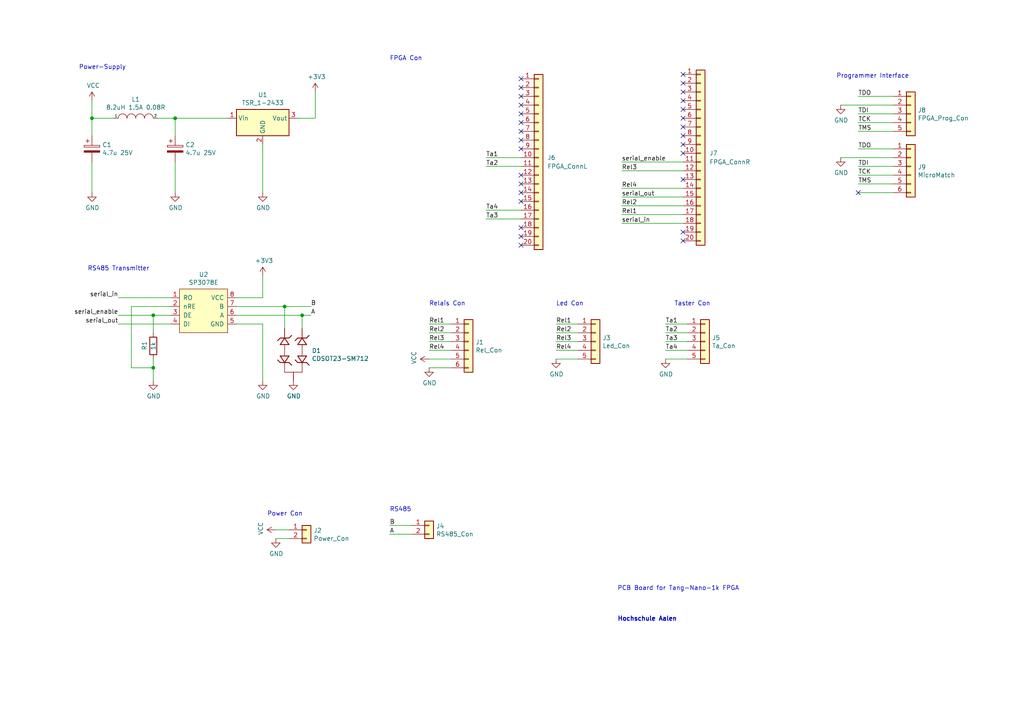
<source format=kicad_sch>
(kicad_sch (version 20211123) (generator eeschema)
  (paper "A4")
  (lib_symbols
    (symbol "CDSOT23-SM712:CDSOT23-SM712" (pin_numbers hide) (pin_names (offset 1.016) hide)
      (property "Reference" "D" (at 5.08 2.54 0))
      (property "Value" "CDSOT23-SM712" (at 5.08 0 0))
      (symbol "CDSOT23-SM712_0_0"
        (polyline (pts (xy -4.572 -1.524) (xy -3.81 -2.286)) (stroke (width 0.254)))
        (polyline (pts (xy -3.81 -2.286) (xy -2.54 -2.286)) (stroke (width 0.254)))
        (polyline (pts (xy -3.81 -0.381) (xy -2.54 -2.286)) (stroke (width 0.254)))
        (polyline (pts (xy -3.81 2.921) (xy -2.54 4.826)) (stroke (width 0.254)))
        (polyline (pts (xy -3.81 2.921) (xy -1.27 2.921)) (stroke (width 0.254)))
        (polyline (pts (xy -3.81 4.826) (xy -4.572 4.064)) (stroke (width 0.254)))
        (polyline (pts (xy -3.81 4.826) (xy -2.54 4.826)) (stroke (width 0.254)))
        (polyline (pts (xy -2.54 -5.08) (xy 2.54 -5.08)) (stroke (width 0.1524)))
        (polyline (pts (xy -2.54 -2.286) (xy -2.54 -5.08)) (stroke (width 0.1524)))
        (polyline (pts (xy -2.54 2.794) (xy -2.54 -0.254)) (stroke (width 0.1524)))
        (polyline (pts (xy -2.54 4.826) (xy -2.54 5.08)) (stroke (width 0.1524)))
        (polyline (pts (xy -1.27 -2.286) (xy -2.54 -2.286)) (stroke (width 0.254)))
        (polyline (pts (xy -1.27 -2.286) (xy -0.508 -3.048)) (stroke (width 0.254)))
        (polyline (pts (xy -1.27 -0.381) (xy -3.81 -0.381)) (stroke (width 0.254)))
        (polyline (pts (xy -1.27 -0.381) (xy -2.54 -2.286)) (stroke (width 0.254)))
        (polyline (pts (xy -1.27 2.921) (xy -2.54 4.826)) (stroke (width 0.254)))
        (polyline (pts (xy -1.27 4.826) (xy -2.54 4.826)) (stroke (width 0.254)))
        (polyline (pts (xy -0.508 5.588) (xy -1.27 4.826)) (stroke (width 0.254)))
        (polyline (pts (xy 0.508 -1.524) (xy 1.27 -2.286)) (stroke (width 0.254)))
        (polyline (pts (xy 1.27 -2.286) (xy 2.54 -2.286)) (stroke (width 0.254)))
        (polyline (pts (xy 1.27 -0.381) (xy 2.54 -2.286)) (stroke (width 0.254)))
        (polyline (pts (xy 1.27 2.921) (xy 2.54 4.826)) (stroke (width 0.254)))
        (polyline (pts (xy 1.27 2.921) (xy 3.81 2.921)) (stroke (width 0.254)))
        (polyline (pts (xy 1.27 4.826) (xy 0.508 4.064)) (stroke (width 0.254)))
        (polyline (pts (xy 1.27 4.826) (xy 2.54 4.826)) (stroke (width 0.254)))
        (polyline (pts (xy 2.54 -2.286) (xy 2.54 -5.08)) (stroke (width 0.1524)))
        (polyline (pts (xy 2.54 2.794) (xy 2.54 -0.254)) (stroke (width 0.1524)))
        (polyline (pts (xy 2.54 4.826) (xy 2.54 5.08)) (stroke (width 0.1524)))
        (polyline (pts (xy 3.81 -2.286) (xy 2.54 -2.286)) (stroke (width 0.254)))
        (polyline (pts (xy 3.81 -2.286) (xy 4.572 -3.048)) (stroke (width 0.254)))
        (polyline (pts (xy 3.81 -0.381) (xy 1.27 -0.381)) (stroke (width 0.254)))
        (polyline (pts (xy 3.81 -0.381) (xy 2.54 -2.286)) (stroke (width 0.254)))
        (polyline (pts (xy 3.81 2.921) (xy 2.54 4.826)) (stroke (width 0.254)))
        (polyline (pts (xy 3.81 4.826) (xy 2.54 4.826)) (stroke (width 0.254)))
        (polyline (pts (xy 4.572 5.588) (xy 3.81 4.826)) (stroke (width 0.254)))
        (pin passive line (at -2.54 7.62 270) (length 2.54) (name "IO1") (number "1"))
        (pin passive line (at 2.54 7.62 270) (length 2.54) (name "IO2") (number "2"))
        (pin passive line (at 0 -7.62 90) (length 2.54) (name "GND") (number "3"))
      )
    )
    (symbol "Connector_Generic:Conn_01x02" (pin_names (offset 1.016) hide)
      (property "Reference" "J" (at 0 2.54 0))
      (property "Value" "Conn_01x02" (at 0 -5.08 0))
      (symbol "Conn_01x02_1_1"
        (rectangle (start -1.27 -2.413) (end 0 -2.667) (stroke (width 0.1524)))
        (rectangle (start -1.27 0.127) (end 0 -0.127) (stroke (width 0.1524)))
        (rectangle (start -1.27 1.27) (end 1.27 -3.81) (stroke (width 0.254)) (fill (type background)))
        (pin passive line (at -5.08 0 0) (length 3.81) (name "Pin_1") (number "1"))
        (pin passive line (at -5.08 -2.54 0) (length 3.81) (name "Pin_2") (number "2"))
      )
    )
    (symbol "Connector_Generic:Conn_01x05" (pin_names (offset 1.016) hide)
      (property "Reference" "J" (at 0 7.62 0))
      (property "Value" "Conn_01x05" (at 0 -7.62 0))
      (symbol "Conn_01x05_1_1"
        (rectangle (start -1.27 -4.953) (end 0 -5.207) (stroke (width 0.1524)))
        (rectangle (start -1.27 -2.413) (end 0 -2.667) (stroke (width 0.1524)))
        (rectangle (start -1.27 0.127) (end 0 -0.127) (stroke (width 0.1524)))
        (rectangle (start -1.27 2.667) (end 0 2.413) (stroke (width 0.1524)))
        (rectangle (start -1.27 5.207) (end 0 4.953) (stroke (width 0.1524)))
        (rectangle (start -1.27 6.35) (end 1.27 -6.35) (stroke (width 0.254)) (fill (type background)))
        (pin passive line (at -5.08 5.08 0) (length 3.81) (name "Pin_1") (number "1"))
        (pin passive line (at -5.08 2.54 0) (length 3.81) (name "Pin_2") (number "2"))
        (pin passive line (at -5.08 0 0) (length 3.81) (name "Pin_3") (number "3"))
        (pin passive line (at -5.08 -2.54 0) (length 3.81) (name "Pin_4") (number "4"))
        (pin passive line (at -5.08 -5.08 0) (length 3.81) (name "Pin_5") (number "5"))
      )
    )
    (symbol "Connector_Generic:Conn_01x06" (pin_names (offset 1.016) hide)
      (property "Reference" "J" (at 0 7.62 0))
      (property "Value" "Conn_01x06" (at 0 -10.16 0))
      (symbol "Conn_01x06_1_1"
        (rectangle (start -1.27 -7.493) (end 0 -7.747) (stroke (width 0.1524)))
        (rectangle (start -1.27 -4.953) (end 0 -5.207) (stroke (width 0.1524)))
        (rectangle (start -1.27 -2.413) (end 0 -2.667) (stroke (width 0.1524)))
        (rectangle (start -1.27 0.127) (end 0 -0.127) (stroke (width 0.1524)))
        (rectangle (start -1.27 2.667) (end 0 2.413) (stroke (width 0.1524)))
        (rectangle (start -1.27 5.207) (end 0 4.953) (stroke (width 0.1524)))
        (rectangle (start -1.27 6.35) (end 1.27 -8.89) (stroke (width 0.254)) (fill (type background)))
        (pin passive line (at -5.08 5.08 0) (length 3.81) (name "Pin_1") (number "1"))
        (pin passive line (at -5.08 2.54 0) (length 3.81) (name "Pin_2") (number "2"))
        (pin passive line (at -5.08 0 0) (length 3.81) (name "Pin_3") (number "3"))
        (pin passive line (at -5.08 -2.54 0) (length 3.81) (name "Pin_4") (number "4"))
        (pin passive line (at -5.08 -5.08 0) (length 3.81) (name "Pin_5") (number "5"))
        (pin passive line (at -5.08 -7.62 0) (length 3.81) (name "Pin_6") (number "6"))
      )
    )
    (symbol "Connector_Generic:Conn_01x20" (pin_names (offset 1.016) hide)
      (property "Reference" "J" (at 0 25.4 0))
      (property "Value" "Conn_01x20" (at 0 -27.94 0))
      (symbol "Conn_01x20_1_1"
        (rectangle (start -1.27 -25.273) (end 0 -25.527) (stroke (width 0.1524)))
        (rectangle (start -1.27 -22.733) (end 0 -22.987) (stroke (width 0.1524)))
        (rectangle (start -1.27 -20.193) (end 0 -20.447) (stroke (width 0.1524)))
        (rectangle (start -1.27 -17.653) (end 0 -17.907) (stroke (width 0.1524)))
        (rectangle (start -1.27 -15.113) (end 0 -15.367) (stroke (width 0.1524)))
        (rectangle (start -1.27 -12.573) (end 0 -12.827) (stroke (width 0.1524)))
        (rectangle (start -1.27 -10.033) (end 0 -10.287) (stroke (width 0.1524)))
        (rectangle (start -1.27 -7.493) (end 0 -7.747) (stroke (width 0.1524)))
        (rectangle (start -1.27 -4.953) (end 0 -5.207) (stroke (width 0.1524)))
        (rectangle (start -1.27 -2.413) (end 0 -2.667) (stroke (width 0.1524)))
        (rectangle (start -1.27 0.127) (end 0 -0.127) (stroke (width 0.1524)))
        (rectangle (start -1.27 2.667) (end 0 2.413) (stroke (width 0.1524)))
        (rectangle (start -1.27 5.207) (end 0 4.953) (stroke (width 0.1524)))
        (rectangle (start -1.27 7.747) (end 0 7.493) (stroke (width 0.1524)))
        (rectangle (start -1.27 10.287) (end 0 10.033) (stroke (width 0.1524)))
        (rectangle (start -1.27 12.827) (end 0 12.573) (stroke (width 0.1524)))
        (rectangle (start -1.27 15.367) (end 0 15.113) (stroke (width 0.1524)))
        (rectangle (start -1.27 17.907) (end 0 17.653) (stroke (width 0.1524)))
        (rectangle (start -1.27 20.447) (end 0 20.193) (stroke (width 0.1524)))
        (rectangle (start -1.27 22.987) (end 0 22.733) (stroke (width 0.1524)))
        (rectangle (start -1.27 24.13) (end 1.27 -26.67) (stroke (width 0.254)) (fill (type background)))
        (pin passive line (at -5.08 22.86 0) (length 3.81) (name "Pin_1") (number "1"))
        (pin passive line (at -5.08 0 0) (length 3.81) (name "Pin_10") (number "10"))
        (pin passive line (at -5.08 -2.54 0) (length 3.81) (name "Pin_11") (number "11"))
        (pin passive line (at -5.08 -5.08 0) (length 3.81) (name "Pin_12") (number "12"))
        (pin passive line (at -5.08 -7.62 0) (length 3.81) (name "Pin_13") (number "13"))
        (pin passive line (at -5.08 -10.16 0) (length 3.81) (name "Pin_14") (number "14"))
        (pin passive line (at -5.08 -12.7 0) (length 3.81) (name "Pin_15") (number "15"))
        (pin passive line (at -5.08 -15.24 0) (length 3.81) (name "Pin_16") (number "16"))
        (pin passive line (at -5.08 -17.78 0) (length 3.81) (name "Pin_17") (number "17"))
        (pin passive line (at -5.08 -20.32 0) (length 3.81) (name "Pin_18") (number "18"))
        (pin passive line (at -5.08 -22.86 0) (length 3.81) (name "Pin_19") (number "19"))
        (pin passive line (at -5.08 20.32 0) (length 3.81) (name "Pin_2") (number "2"))
        (pin passive line (at -5.08 -25.4 0) (length 3.81) (name "Pin_20") (number "20"))
        (pin passive line (at -5.08 17.78 0) (length 3.81) (name "Pin_3") (number "3"))
        (pin passive line (at -5.08 15.24 0) (length 3.81) (name "Pin_4") (number "4"))
        (pin passive line (at -5.08 12.7 0) (length 3.81) (name "Pin_5") (number "5"))
        (pin passive line (at -5.08 10.16 0) (length 3.81) (name "Pin_6") (number "6"))
        (pin passive line (at -5.08 7.62 0) (length 3.81) (name "Pin_7") (number "7"))
        (pin passive line (at -5.08 5.08 0) (length 3.81) (name "Pin_8") (number "8"))
        (pin passive line (at -5.08 2.54 0) (length 3.81) (name "Pin_9") (number "9"))
      )
    )
    (symbol "Device:CP" (pin_numbers hide) (pin_names (offset 0.254))
      (property "Reference" "C" (at 0.635 2.54 0))
      (property "Value" "Device_CP" (at 0.635 -2.54 0))
      (symbol "CP_0_1"
        (rectangle (start -2.286 0.508) (end 2.286 1.016))
        (polyline (pts (xy -1.778 2.286) (xy -0.762 2.286)))
        (polyline (pts (xy -1.27 2.794) (xy -1.27 1.778)))
        (rectangle (start 2.286 -0.508) (end -2.286 -1.016) (fill (type outline)))
      )
      (symbol "CP_1_1"
        (pin passive line (at 0 3.81 270) (length 2.794) (name "~") (number "1"))
        (pin passive line (at 0 -3.81 90) (length 2.794) (name "~") (number "2"))
      )
    )
    (symbol "Device:R" (pin_numbers hide) (pin_names (offset 0))
      (property "Reference" "R" (at 2.032 0 90))
      (property "Value" "R" (at 0 0 90))
      (symbol "R_0_1"
        (rectangle (start -1.016 -2.54) (end 1.016 2.54) (stroke (width 0.254)))
      )
      (symbol "R_1_1"
        (pin passive line (at 0 3.81 270) (length 1.27) (name "~") (number "1"))
        (pin passive line (at 0 -3.81 90) (length 1.27) (name "~") (number "2"))
      )
    )
    (symbol "Regulator_Switching:TSR_1-2433"
      (property "Reference" "U" (at -7.62 6.35 0))
      (property "Value" "TSR_1-2433" (at -1.27 6.35 0))
      (symbol "TSR_1-2433_0_1"
        (rectangle (start -7.62 5.08) (end 7.62 -2.54) (stroke (width 0.254)) (fill (type background)))
      )
      (symbol "TSR_1-2433_1_1"
        (pin power_in line (at -10.16 2.54 0) (length 2.54) (name "Vin") (number "1"))
        (pin power_in line (at 0 -5.08 90) (length 2.54) (name "GND") (number "2"))
        (pin power_out line (at 10.16 2.54 180) (length 2.54) (name "Vout") (number "3"))
      )
    )
    (symbol "power:+3.3V" (power) (pin_names (offset 0))
      (property "Value" "+3.3V" (at 0 3.556 0))
      (symbol "+3.3V_0_1"
        (polyline (pts (xy -0.762 1.27) (xy 0 2.54)))
        (polyline (pts (xy 0 0) (xy 0 2.54)))
        (polyline (pts (xy 0 2.54) (xy 0.762 1.27)))
      )
      (symbol "+3.3V_1_1"
        (pin power_in line (at 0 0 90) (length 0) hide (name "+3V3") (number "1"))
      )
    )
    (symbol "power:GND" (power) (pin_names (offset 0))
      (property "Value" "GND" (at 0 -3.81 0))
      (symbol "GND_0_1"
        (polyline (pts (xy 0 0) (xy 0 -1.27) (xy 1.27 -1.27) (xy 0 -2.54) (xy -1.27 -1.27) (xy 0 -1.27)))
      )
      (symbol "GND_1_1"
        (pin power_in line (at 0 0 270) (length 0) hide (name "GND") (number "1"))
      )
    )
    (symbol "power:VCC" (power) (pin_names (offset 0))
      (property "Value" "VCC" (at 0 3.81 0))
      (symbol "VCC_0_1"
        (polyline (pts (xy -0.762 1.27) (xy 0 2.54)))
        (polyline (pts (xy 0 0) (xy 0 2.54)))
        (polyline (pts (xy 0 2.54) (xy 0.762 1.27)))
      )
      (symbol "VCC_1_1"
        (pin power_in line (at 0 0 90) (length 0) hide (name "VCC") (number "1"))
      )
    )
    (symbol "pspice:INDUCTOR" (pin_numbers hide) (pin_names (offset 0))
      (property "Reference" "L" (at 0 2.54 0))
      (property "Value" "INDUCTOR" (at 0 -1.27 0))
      (symbol "INDUCTOR_0_1"
        (arc (start -2.54 0) (mid -3.81 1.27) (end -5.08 0))
        (arc (start 0 0) (mid -1.27 1.27) (end -2.54 0))
        (arc (start 2.54 0) (mid 1.27 1.27) (end 0 0))
        (arc (start 5.08 0) (mid 3.81 1.27) (end 2.54 0))
      )
      (symbol "INDUCTOR_1_1"
        (pin input line (at -6.35 0 0) (length 1.27) (name "1") (number "1"))
        (pin input line (at 6.35 0 180) (length 1.27) (name "2") (number "2"))
      )
    )
    (symbol "tinyFPGA:SP3078E" (pin_names (offset 1.016))
      (property "Reference" "U" (at 0 2.54 0))
      (property "Value" "tinyFPGA_SP3078E" (at 0 0 0))
      (symbol "SP3078E_0_1"
        (rectangle (start -7.62 -1.27) (end 6.35 -13.97) (fill (type background)))
      )
      (symbol "SP3078E_1_1"
        (pin output line (at -10.16 -3.81 0) (length 2.54) (name "RO") (number "1"))
        (pin input line (at -10.16 -6.35 0) (length 2.54) (name "nRE") (number "2"))
        (pin input line (at -10.16 -8.89 0) (length 2.54) (name "DE") (number "3"))
        (pin input line (at -10.16 -11.43 0) (length 2.54) (name "DI") (number "4"))
        (pin input line (at 8.89 -11.43 180) (length 2.54) (name "GND") (number "5"))
        (pin input line (at 8.89 -8.89 180) (length 2.54) (name "A") (number "6"))
        (pin input line (at 8.89 -6.35 180) (length 2.54) (name "B") (number "7"))
        (pin input line (at 8.89 -3.81 180) (length 2.54) (name "VCC") (number "8"))
      )
    )
  )
  (junction (at 82.55 88.9))
  (junction (at 26.67 34.29))
  (junction (at 44.45 106.68))
  (junction (at 50.8 34.29))
  (junction (at 87.63 91.44))
  (junction (at 44.45 91.44))
  (no_connect (at 198.12 44.45))
  (no_connect (at 151.13 66.04))
  (no_connect (at 151.13 68.58))
  (no_connect (at 151.13 71.12))
  (no_connect (at 151.13 22.86))
  (no_connect (at 151.13 25.4))
  (no_connect (at 151.13 27.94))
  (no_connect (at 151.13 30.48))
  (no_connect (at 151.13 33.02))
  (no_connect (at 151.13 35.56))
  (no_connect (at 151.13 38.1))
  (no_connect (at 151.13 40.64))
  (no_connect (at 151.13 43.18))
  (no_connect (at 151.13 50.8))
  (no_connect (at 151.13 53.34))
  (no_connect (at 151.13 55.88))
  (no_connect (at 151.13 58.42))
  (no_connect (at 248.92 55.88))
  (no_connect (at 198.12 21.59))
  (no_connect (at 198.12 24.13))
  (no_connect (at 198.12 26.67))
  (no_connect (at 198.12 29.21))
  (no_connect (at 198.12 39.37))
  (no_connect (at 198.12 41.91))
  (no_connect (at 198.12 52.07))
  (no_connect (at 198.12 67.31))
  (no_connect (at 198.12 69.85))
  (no_connect (at 198.12 31.75))
  (no_connect (at 198.12 34.29))
  (no_connect (at 198.12 36.83))
  (wire (pts (xy 248.92 55.88) (xy 259.08 55.88)))
  (wire (pts (xy 248.92 53.34) (xy 259.08 53.34)))
  (wire (pts (xy 161.29 96.52) (xy 167.64 96.52)))
  (wire (pts (xy 248.92 48.26) (xy 259.08 48.26)))
  (wire (pts (xy 161.29 101.6) (xy 167.64 101.6)))
  (wire (pts (xy 68.58 86.36) (xy 76.2 86.36)))
  (wire (pts (xy 76.2 93.98) (xy 76.2 110.49)))
  (wire (pts (xy 140.97 63.5) (xy 151.13 63.5)))
  (wire (pts (xy 45.72 34.29) (xy 50.8 34.29)))
  (wire (pts (xy 124.46 96.52) (xy 130.81 96.52)))
  (wire (pts (xy 124.46 99.06) (xy 130.81 99.06)))
  (wire (pts (xy 26.67 39.37) (xy 26.67 34.29)))
  (wire (pts (xy 50.8 34.29) (xy 50.8 39.37)))
  (wire (pts (xy 34.29 86.36) (xy 49.53 86.36)))
  (wire (pts (xy 50.8 46.99) (xy 50.8 55.88)))
  (wire (pts (xy 38.1 88.9) (xy 38.1 106.68)))
  (wire (pts (xy 34.29 93.98) (xy 49.53 93.98)))
  (wire (pts (xy 193.04 101.6) (xy 199.39 101.6)))
  (wire (pts (xy 82.55 88.9) (xy 90.17 88.9)))
  (wire (pts (xy 180.34 49.53) (xy 198.12 49.53)))
  (wire (pts (xy 130.81 101.6) (xy 124.46 101.6)))
  (wire (pts (xy 248.92 27.94) (xy 259.08 27.94)))
  (wire (pts (xy 180.34 64.77) (xy 198.12 64.77)))
  (wire (pts (xy 76.2 86.36) (xy 76.2 80.01)))
  (wire (pts (xy 248.92 35.56) (xy 259.08 35.56)))
  (wire (pts (xy 44.45 106.68) (xy 44.45 110.49)))
  (wire (pts (xy 248.92 43.18) (xy 259.08 43.18)))
  (wire (pts (xy 124.46 106.68) (xy 130.81 106.68)))
  (wire (pts (xy 49.53 91.44) (xy 44.45 91.44)))
  (wire (pts (xy 82.55 95.25) (xy 82.55 88.9)))
  (wire (pts (xy 87.63 95.25) (xy 87.63 91.44)))
  (wire (pts (xy 26.67 46.99) (xy 26.67 55.88)))
  (wire (pts (xy 180.34 62.23) (xy 198.12 62.23)))
  (wire (pts (xy 193.04 93.98) (xy 199.39 93.98)))
  (wire (pts (xy 91.44 34.29) (xy 91.44 26.67)))
  (wire (pts (xy 113.03 154.94) (xy 119.38 154.94)))
  (wire (pts (xy 180.34 54.61) (xy 198.12 54.61)))
  (wire (pts (xy 180.34 46.99) (xy 198.12 46.99)))
  (wire (pts (xy 26.67 29.21) (xy 26.67 34.29)))
  (wire (pts (xy 140.97 48.26) (xy 151.13 48.26)))
  (wire (pts (xy 38.1 106.68) (xy 44.45 106.68)))
  (wire (pts (xy 113.03 152.4) (xy 119.38 152.4)))
  (wire (pts (xy 161.29 93.98) (xy 167.64 93.98)))
  (wire (pts (xy 76.2 41.91) (xy 76.2 55.88)))
  (wire (pts (xy 124.46 93.98) (xy 130.81 93.98)))
  (wire (pts (xy 80.01 156.21) (xy 83.82 156.21)))
  (wire (pts (xy 68.58 88.9) (xy 82.55 88.9)))
  (wire (pts (xy 86.36 34.29) (xy 91.44 34.29)))
  (wire (pts (xy 248.92 38.1) (xy 259.08 38.1)))
  (wire (pts (xy 193.04 96.52) (xy 199.39 96.52)))
  (wire (pts (xy 87.63 91.44) (xy 90.17 91.44)))
  (wire (pts (xy 124.46 104.14) (xy 130.81 104.14)))
  (wire (pts (xy 180.34 59.69) (xy 198.12 59.69)))
  (wire (pts (xy 161.29 99.06) (xy 167.64 99.06)))
  (wire (pts (xy 140.97 60.96) (xy 151.13 60.96)))
  (wire (pts (xy 68.58 93.98) (xy 76.2 93.98)))
  (wire (pts (xy 44.45 104.14) (xy 44.45 106.68)))
  (wire (pts (xy 193.04 99.06) (xy 199.39 99.06)))
  (wire (pts (xy 49.53 88.9) (xy 38.1 88.9)))
  (wire (pts (xy 248.92 33.02) (xy 259.08 33.02)))
  (wire (pts (xy 248.92 50.8) (xy 259.08 50.8)))
  (wire (pts (xy 193.04 104.14) (xy 199.39 104.14)))
  (wire (pts (xy 34.29 91.44) (xy 44.45 91.44)))
  (wire (pts (xy 50.8 34.29) (xy 66.04 34.29)))
  (wire (pts (xy 243.84 45.72) (xy 259.08 45.72)))
  (wire (pts (xy 161.29 104.14) (xy 167.64 104.14)))
  (wire (pts (xy 140.97 45.72) (xy 151.13 45.72)))
  (wire (pts (xy 44.45 91.44) (xy 44.45 96.52)))
  (wire (pts (xy 180.34 57.15) (xy 198.12 57.15)))
  (wire (pts (xy 80.01 153.67) (xy 83.82 153.67)))
  (wire (pts (xy 26.67 34.29) (xy 33.02 34.29)))
  (wire (pts (xy 243.84 30.48) (xy 259.08 30.48)))
  (wire (pts (xy 68.58 91.44) (xy 87.63 91.44)))
  (text "Programmer Interface" (at 242.57 22.86 0) (effects (font (size 1.27 1.27)) (justify left bottom)))
  (text "Led Con" (at 161.29 88.9 0) (effects (font (size 1.27 1.27)) (justify left bottom)))
  (text "Relais Con" (at 124.46 88.9 0) (effects (font (size 1.27 1.27)) (justify left bottom)))
  (text "PCB Board for Tang-Nano-1k FPGA" (at 179.07 171.45 0) (effects (font (size 1.27 1.27)) (justify left bottom)))
  (text "Power Con" (at 77.47 149.86 0) (effects (font (size 1.27 1.27)) (justify left bottom)))
  (text "RS485" (at 113.03 148.59 0) (effects (font (size 1.27 1.27)) (justify left bottom)))
  (text "RS485 Transmitter" (at 25.4 78.74 0) (effects (font (size 1.27 1.27)) (justify left bottom)))
  (text "Hochschule Aalen" (at 179.07 180.34 0) (effects (font (size 1.27 1.27) (thickness 0.254) bold) (justify left bottom)))
  (text "Power-Supply" (at 22.86 20.32 0) (effects (font (size 1.27 1.27)) (justify left bottom)))
  (text "FPGA Con" (at 113.03 17.78 0) (effects (font (size 1.27 1.27)) (justify left bottom)))
  (text "Taster Con" (at 195.58 88.9 0) (effects (font (size 1.27 1.27)) (justify left bottom)))
  (label "A" (at 90.17 91.44 0))
  (label "Rel2" (at 180.34 59.69 0))
  (label "B" (at 113.03 152.4 0))
  (label "TDO" (at 248.92 27.94 0))
  (label "Rel4" (at 124.46 101.6 0))
  (label "serial_enable" (at 180.34 46.99 0))
  (label "TDI" (at 248.92 33.02 0))
  (label "B" (at 90.17 88.9 0))
  (label "Rel3" (at 180.34 49.53 0))
  (label "Ta1" (at 193.04 93.98 0))
  (label "Ta4" (at 140.97 60.96 0))
  (label "Rel4" (at 180.34 54.61 0))
  (label "TCK" (at 248.92 35.56 0))
  (label "Rel1" (at 180.34 62.23 0))
  (label "Rel4" (at 161.29 101.6 0))
  (label "Ta2" (at 140.97 48.26 0))
  (label "Rel1" (at 124.46 93.98 0))
  (label "Rel2" (at 161.29 96.52 0))
  (label "Ta3" (at 140.97 63.5 0))
  (label "serial_out" (at 180.34 57.15 0))
  (label "Rel3" (at 124.46 99.06 0))
  (label "Ta3" (at 193.04 99.06 0))
  (label "TMS" (at 248.92 53.34 0))
  (label "serial_in" (at 180.34 64.77 0))
  (label "Rel2" (at 124.46 96.52 0))
  (label "serial_enable" (at 34.29 91.44 180))
  (label "TDI" (at 248.92 48.26 0))
  (label "A" (at 113.03 154.94 0))
  (label "TMS" (at 248.92 38.1 0))
  (label "TDO" (at 248.92 43.18 0))
  (label "Ta2" (at 193.04 96.52 0))
  (label "Rel3" (at 161.29 99.06 0))
  (label "Ta1" (at 140.97 45.72 0))
  (label "Rel1" (at 161.29 93.98 0))
  (label "serial_in" (at 34.29 86.36 180))
  (label "Ta4" (at 193.04 101.6 0))
  (label "TCK" (at 248.92 50.8 0))
  (label "serial_out" (at 34.29 93.98 180))
  (symbol (lib_id "tinyFPGA:SP3078E") (at 59.69 82.55 0) (unit 1)
    (property "Reference" "U2" (at 59.055 79.629 0))
    (property "Value" "SP3078E" (at 59.055 81.9404 0))
    (property "Footprint" "traeger:SOIC127P600X175-8N" (effects hide))
  )
  (symbol (lib_id "Device:R") (at 44.45 100.33 0) (unit 1)
    (property "Reference" "R1" (at 41.91 101.6 90) (effects (justify left)))
    (property "Value" "1k" (at 44.45 101.6 90) (effects (justify left)))
    (property "Footprint" "Resistor_SMD:R_0805_2012Metric" (effects hide))
  )
  (symbol (lib_id "power:GND") (at 44.45 110.49 0) (unit 1)
    (property "Reference" "#PWR0103" (effects hide))
    (property "Value" "GND" (at 44.577 114.8842 0))
  )
  (symbol (lib_id "power:+3.3V") (at 76.2 80.01 0) (unit 1)
    (property "Reference" "#PWR0104" (effects hide))
    (property "Value" "+3.3V" (at 76.581 75.6158 0))
  )
  (symbol (lib_id "power:GND") (at 76.2 110.49 0) (unit 1)
    (property "Reference" "#PWR0105" (effects hide))
    (property "Value" "GND" (at 76.327 114.8842 0))
  )
  (symbol (lib_id "pspice:INDUCTOR") (at 39.37 34.29 0) (unit 1)
    (property "Reference" "L1" (at 39.37 28.829 0))
    (property "Value" "8.2uH 1.5A 0.08R" (at 39.37 31.1404 0))
    (property "Footprint" "Inductor_THT:L_Radial_D8.7mm_P5.00mm_Fastron_07HCP" (effects hide))
  )
  (symbol (lib_id "Device:CP") (at 26.67 43.18 0) (unit 1)
    (property "Reference" "C1" (at 29.6672 42.0116 0) (effects (justify left)))
    (property "Value" "4.7u 25V" (at 29.6672 44.323 0) (effects (justify left)))
    (property "Footprint" "Capacitor_SMD:CP_Elec_5x5.3" (effects hide))
  )
  (symbol (lib_id "power:GND") (at 26.67 55.88 0) (unit 1)
    (property "Reference" "#PWR0101" (effects hide))
    (property "Value" "GND" (at 26.797 60.2742 0))
  )
  (symbol (lib_id "Device:CP") (at 50.8 43.18 0) (unit 1)
    (property "Reference" "C2" (at 53.7972 42.0116 0) (effects (justify left)))
    (property "Value" "4.7u 25V" (at 53.7972 44.323 0) (effects (justify left)))
    (property "Footprint" "Capacitor_SMD:CP_Elec_5x5.3" (effects hide))
  )
  (symbol (lib_id "power:GND") (at 50.8 55.88 0) (unit 1)
    (property "Reference" "#PWR0102" (effects hide))
    (property "Value" "GND" (at 50.927 60.2742 0))
  )
  (symbol (lib_id "power:GND") (at 76.2 55.88 0) (unit 1)
    (property "Reference" "#PWR0106" (effects hide))
    (property "Value" "GND" (at 76.327 60.2742 0))
  )
  (symbol (lib_id "Regulator_Switching:TSR_1-2433") (at 76.2 36.83 0) (unit 1)
    (property "Reference" "U1" (at 76.2 27.5082 0))
    (property "Value" "TSR_1-2433" (at 76.2 29.8196 0))
    (property "Footprint" "Converter_DCDC:Converter_DCDC_TRACO_TSR-1_THT" (effects hide))
    (property "Datasheet" "http://www.tracopower.com/products/tsr1.pdf" (effects hide))
  )
  (symbol (lib_id "power:+3.3V") (at 91.44 26.67 0) (unit 1)
    (property "Reference" "#PWR0107" (effects hide))
    (property "Value" "+3.3V" (at 91.821 22.2758 0))
  )
  (symbol (lib_id "power:VCC") (at 26.67 29.21 0) (unit 1)
    (property "Reference" "#PWR0108" (effects hide))
    (property "Value" "VCC" (at 27.051 24.8158 0))
  )
  (symbol (lib_id "Connector_Generic:Conn_01x06") (at 135.89 99.06 0) (unit 1)
    (property "Reference" "J1" (at 137.922 99.2632 0) (effects (justify left)))
    (property "Value" "Rel_Con" (at 137.922 101.5746 0) (effects (justify left)))
    (property "Footprint" "Connector_PinSocket_2.54mm:PinSocket_1x06_P2.54mm_Vertical" (effects hide))
  )
  (symbol (lib_id "Connector_Generic:Conn_01x05") (at 172.72 99.06 0) (unit 1)
    (property "Reference" "J3" (at 174.752 97.9932 0) (effects (justify left)))
    (property "Value" "Led_Con" (at 174.752 100.3046 0) (effects (justify left)))
    (property "Footprint" "Connector_PinSocket_2.54mm:PinSocket_1x05_P2.54mm_Vertical" (effects hide))
  )
  (symbol (lib_id "Connector_Generic:Conn_01x05") (at 204.47 99.06 0) (unit 1)
    (property "Reference" "J5" (at 206.502 97.9932 0) (effects (justify left)))
    (property "Value" "Ta_Con" (at 206.502 100.3046 0) (effects (justify left)))
    (property "Footprint" "Connector_PinSocket_2.54mm:PinSocket_1x05_P2.54mm_Vertical" (effects hide))
  )
  (symbol (lib_id "Connector_Generic:Conn_01x02") (at 88.9 153.67 0) (unit 1)
    (property "Reference" "J2" (at 90.932 153.8732 0) (effects (justify left)))
    (property "Value" "Power_Con" (at 90.932 156.1846 0) (effects (justify left)))
    (property "Footprint" "TerminalBlock:TerminalBlock_bornier-2_P5.08mm" (effects hide))
  )
  (symbol (lib_id "Connector_Generic:Conn_01x02") (at 124.46 152.4 0) (unit 1)
    (property "Reference" "J4" (at 126.492 152.6032 0) (effects (justify left)))
    (property "Value" "RS485_Con" (at 126.492 154.9146 0) (effects (justify left)))
    (property "Footprint" "TerminalBlock:TerminalBlock_bornier-2_P5.08mm" (effects hide))
  )
  (symbol (lib_id "power:VCC") (at 124.46 104.14 90) (unit 1)
    (property "Reference" "#PWR0109" (effects hide))
    (property "Value" "VCC" (at 120.0658 103.759 0))
  )
  (symbol (lib_id "power:GND") (at 124.46 106.68 0) (unit 1)
    (property "Reference" "#PWR0110" (effects hide))
    (property "Value" "GND" (at 124.587 111.0742 0))
  )
  (symbol (lib_id "power:GND") (at 161.29 104.14 0) (unit 1)
    (property "Reference" "#PWR0111" (effects hide))
    (property "Value" "GND" (at 161.417 108.5342 0))
  )
  (symbol (lib_id "power:GND") (at 193.04 104.14 0) (unit 1)
    (property "Reference" "#PWR0112" (effects hide))
    (property "Value" "GND" (at 193.167 108.5342 0))
  )
  (symbol (lib_id "power:VCC") (at 80.01 153.67 90) (unit 1)
    (property "Reference" "#PWR0113" (effects hide))
    (property "Value" "VCC" (at 75.6158 153.289 0))
  )
  (symbol (lib_id "power:GND") (at 80.01 156.21 0) (unit 1)
    (property "Reference" "#PWR0114" (effects hide))
    (property "Value" "GND" (at 80.137 160.6042 0))
  )
  (symbol (lib_id "CDSOT23-SM712:CDSOT23-SM712") (at 85.09 102.87 0) (unit 1)
    (property "Reference" "D1" (at 90.424 101.7016 0) (effects (justify left)))
    (property "Value" "CDSOT23-SM712" (at 90.424 104.013 0) (effects (justify left)))
    (property "Footprint" "traeger:SOT-23-3" (effects hide))
    (property "Datasheet" "SOT-23 Bourns" (effects hide))
    (property "Availability" "Good" (effects hide))
    (property "MP" "CDSOT23-SM712" (effects hide))
    (property "MF" "Bourns" (effects hide))
    (property "Price" "0.85 USD" (effects hide))
    (property "Description" "Diode, Smt Tvs Array, 7vrwm & 12vrwm, Sot23 Package" (effects hide))
  )
  (symbol (lib_id "power:GND") (at 85.09 110.49 0) (unit 1)
    (property "Reference" "#PWR0115" (effects hide))
    (property "Value" "GND" (at 85.217 114.8842 0))
  )
  (symbol (lib_id "Connector_Generic:Conn_01x05") (at 264.16 33.02 0) (unit 1)
    (property "Reference" "J8" (at 266.192 31.9532 0) (effects (justify left)))
    (property "Value" "FPGA_Prog_Con" (at 266.192 34.2646 0) (effects (justify left)))
    (property "Footprint" "Connector_PinSocket_2.54mm:PinSocket_1x05_P2.54mm_Vertical" (effects hide))
  )
  (symbol (lib_id "power:GND") (at 243.84 30.48 0) (unit 1)
    (property "Reference" "#PWR0118" (effects hide))
    (property "Value" "GND" (at 243.967 34.8742 0))
  )
  (symbol (lib_id "Connector_Generic:Conn_01x06") (at 264.16 48.26 0) (unit 1)
    (property "Reference" "J9" (at 266.192 48.4632 0) (effects (justify left)))
    (property "Value" "MicroMatch" (at 266.192 50.7746 0) (effects (justify left)))
    (property "Footprint" "traeger:micromatch_2x3pol" (effects hide))
  )
  (symbol (lib_id "power:GND") (at 243.84 45.72 0) (unit 1)
    (property "Reference" "#PWR0120" (effects hide))
    (property "Value" "GND" (at 243.967 50.1142 0))
  )
  (symbol (lib_id "Connector_Generic:Conn_01x20") (at 203.2 44.45 0) (unit 1)
    (property "Reference" "J7" (at 205.74 44.4499 0) (effects (justify left)))
    (property "Value" "FPGA_ConnR" (at 205.74 46.9899 0) (effects (justify left)))
    (property "Footprint" "Connector_PinSocket_2.54mm:PinSocket_1x20_P2.54mm_Vertical" (effects hide))
  )
  (symbol (lib_id "Connector_Generic:Conn_01x20") (at 156.21 45.72 0) (unit 1)
    (property "Reference" "J6" (at 158.75 45.7199 0) (effects (justify left)))
    (property "Value" "FPGA_ConnL" (at 158.75 48.2599 0) (effects (justify left)))
    (property "Footprint" "Connector_PinSocket_2.54mm:PinSocket_1x20_P2.54mm_Vertical" (effects hide))
  )
)
</source>
